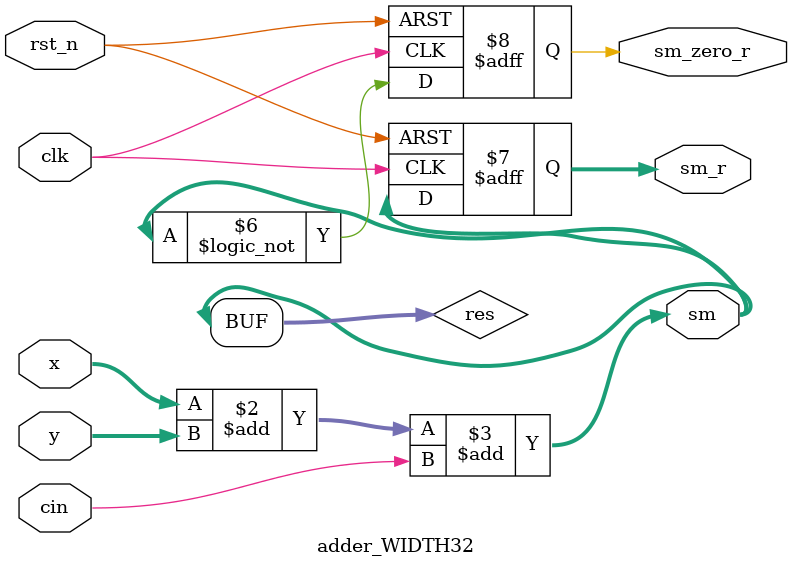
<source format=v>
module adder_WIDTH32 
#(
    parameter WIDTH = 32,
    parameter SWIDTH = WIDTH + 1)
(
    input cin,
    input [WIDTH-1:0] x,
    input [WIDTH-1:0] y,
    output reg [SWIDTH-1:0] sm,
    output reg [SWIDTH-1:0] sm_r,
    output reg sm_zero_r,
    input clk,
    input rst_n
);

reg [SWIDTH-1:0] res;

always @(*) begin
    res = x + y + cin;
    sm <= res;
end

always @(posedge clk or negedge rst_n) 
    if (~rst_n) begin
        sm_r <= 0;
        sm_zero_r <= 0;
    end
    else begin
        sm_r <= sm;
        sm_zero_r <= sm == 0;
    end

endmodule

</source>
